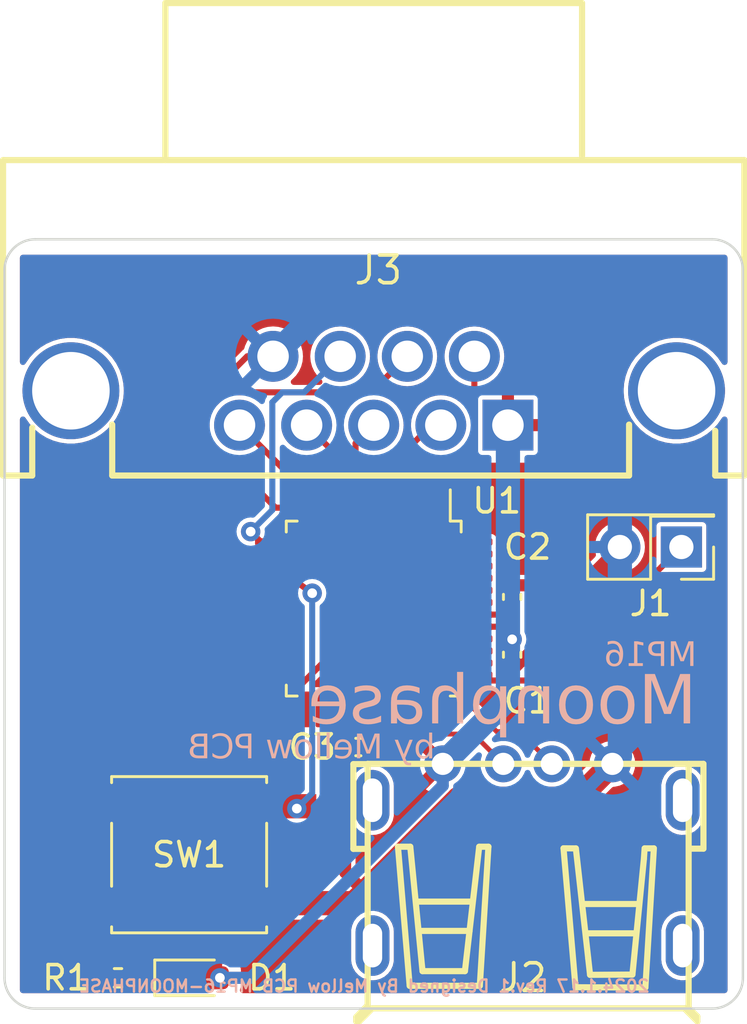
<source format=kicad_pcb>
(kicad_pcb (version 20221018) (generator pcbnew)
  (layers (0 "F.Cu" signal) (31 "B.Cu" signal) (34 "B.Paste" user) (35 "F.Paste" user) (36 "B.SilkS" user "B.Silkscreen") (37 "F.SilkS" user "F.Silkscreen") (38 "B.Mask" user) (39 "F.Mask" user) (44 "Edge.Cuts" user))
  (net 0 "")
  (net 1 "VCC")
  (net 2 "GND")
  (net 3 "Net-(U1-VDD3.3)")
  (net 4 "Net-(D1-K)")
  (net 5 "/H1_D-")
  (net 6 "/H1_D+")
  (net 7 "/TXD")
  (net 8 "Net-(U1-P1_5)")
  (net 11 "/BTN")
  (net 15 "/XA")
  (net 16 "/XB")
  (net 17 "/YA")
  (net 30 "/YB")
  (net 31 "/LB")
  (net 32 "/CB")
  (net 33 "/RB")
  (footprint "LED_SMD:LED_0603_1608Metric_Pad1.05x0.95mm_HandSolder" (layer "F.Cu") (at 25.64 53.34)
    (fp_text reference "D1" (at 3.175 0) (layer "F.SilkS"))
    (fp_text value "LED")
    (fp_line (start -1.66 -0.735) (end -1.66 0.735) (stroke (width 0.12)) (layer "F.SilkS"))
    (fp_line (start -1.66 0.735) (end 0.8 0.735) (stroke (width 0.12)) (layer "F.SilkS"))
    (fp_line (start 0.8 -0.735) (end -1.66 -0.735) (stroke (width 0.12)) (layer "F.SilkS"))
    (pad "1" smd roundrect (at -0.875 0) (size 1.05 0.95) (layers "F.Cu" "F.Paste" "F.Mask") (net 4 "Net-(D1-K)"))
    (pad "2" smd roundrect (at 0.875 0) (size 1.05 0.95) (layers "F.Cu" "F.Paste" "F.Mask") (net 1 "VCC"))
  )
  (footprint "Resistor_SMD:R_0402_1005Metric" (layer "F.Cu") (at 22.465 53.34)
    (fp_text reference "R1" (at -2.145 0) (layer "F.SilkS"))
    (fp_text value "1K")
    (fp_line (start -0.153641 -0.38) (end 0.153641 -0.38) (stroke (width 0.12)) (layer "F.SilkS"))
    (fp_line (start -0.153641 0.38) (end 0.153641 0.38) (stroke (width 0.12)) (layer "F.SilkS"))
    (pad "1" smd roundrect (at -0.51 0) (size 0.54 0.64) (layers "F.Cu" "F.Paste" "F.Mask") (net 8 "Net-(U1-P1_5)"))
    (pad "2" smd roundrect (at 0.51 0) (size 0.54 0.64) (layers "F.Cu" "F.Paste" "F.Mask") (net 4 "Net-(D1-K)"))
  )
  (footprint "Connector_PinHeader_2.54mm:PinHeader_2x01_P2.54mm_Vertical" (layer "F.Cu") (at 45.72 35.56 180)
    (fp_text reference "J1" (at 1.27 -2.33) (layer "F.SilkS"))
    (fp_text value "no impl.")
    (fp_line (start -1.33 -1.33) (end 0 -1.33) (stroke (width 0.12)) (layer "F.SilkS"))
    (fp_line (start -1.33 0) (end -1.33 -1.33) (stroke (width 0.12)) (layer "F.SilkS"))
    (fp_line (start -1.33 1.27) (end -1.33 1.33) (stroke (width 0.12)) (layer "F.SilkS"))
    (fp_line (start -1.33 1.27) (end 1.27 1.27) (stroke (width 0.12)) (layer "F.SilkS"))
    (fp_line (start -1.33 1.33) (end 3.87 1.33) (stroke (width 0.12)) (layer "F.SilkS"))
    (fp_line (start 1.27 -1.33) (end 3.87 -1.33) (stroke (width 0.12)) (layer "F.SilkS"))
    (fp_line (start 1.27 1.27) (end 1.27 -1.33) (stroke (width 0.12)) (layer "F.SilkS"))
    (fp_line (start 3.87 -1.33) (end 3.87 1.33) (stroke (width 0.12)) (layer "F.SilkS"))
    (pad "1" thru_hole rect (at 0 0 180) (size 1.7 1.7) (drill 1) (layers "*.Cu" "*.Mask") (net 7 "/TXD"))
    (pad "2" thru_hole oval (at 2.54 0 180) (size 1.7 1.7) (drill 1) (layers "*.Cu" "*.Mask") (net 2 "GND"))
  )
  (footprint "Capacitor_SMD:C_0402_1005Metric" (layer "F.Cu") (at 38.735 37.62 90)
    (fp_text reference "C2" (at 2.06 0.635 180) (layer "F.SilkS"))
    (fp_text value "4.7u")
    (fp_line (start -0.107836 -0.36) (end 0.107836 -0.36) (stroke (width 0.12)) (layer "F.SilkS"))
    (fp_line (start -0.107836 0.36) (end 0.107836 0.36) (stroke (width 0.12)) (layer "F.SilkS"))
    (pad "1" smd roundrect (at -0.48 0 90) (size 0.56 0.62) (layers "F.Cu" "F.Paste" "F.Mask") (net 3 "Net-(U1-VDD3.3)"))
    (pad "2" smd roundrect (at 0.48 0 90) (size 0.56 0.62) (layers "F.Cu" "F.Paste" "F.Mask") (net 2 "GND"))
  )
  (footprint "Capacitor_SMD:C_0402_1005Metric" (layer "F.Cu") (at 32.385 43.815 180)
    (fp_text reference "C3" (at 1.905 0) (layer "F.SilkS"))
    (fp_text value "0.47u")
    (fp_line (start -0.107836 -0.36) (end 0.107836 -0.36) (stroke (width 0.12)) (layer "F.SilkS"))
    (fp_line (start -0.107836 0.36) (end 0.107836 0.36) (stroke (width 0.12)) (layer "F.SilkS"))
    (pad "1" smd roundrect (at -0.48 0 180) (size 0.56 0.62) (layers "F.Cu" "F.Paste" "F.Mask") (net 1 "VCC"))
    (pad "2" smd roundrect (at 0.48 0 180) (size 0.56 0.62) (layers "F.Cu" "F.Paste" "F.Mask") (net 2 "GND"))
  )
  (footprint "toyoshim:TS-1159B" (layer "F.Cu") (at 25.4 48.26 180)
    (fp_text reference "SW1" (at 0 0 180) (layer "F.SilkS"))
    (fp_text value "SW_Push")
    (fp_line (start -3.2 -3.225) (end 3.2 -3.225) (stroke (width 0.12)) (layer "F.SilkS"))
    (fp_line (start -3.2 -2.975) (end -3.2 -3.225) (stroke (width 0.12)) (layer "F.SilkS"))
    (fp_line (start -3.2 1.3) (end -3.2 -1.3) (stroke (width 0.12)) (layer "F.SilkS"))
    (fp_line (start -3.2 3.225) (end -3.2 2.975) (stroke (width 0.12)) (layer "F.SilkS"))
    (fp_line (start 3.2 -3.225) (end 3.2 -2.975) (stroke (width 0.12)) (layer "F.SilkS"))
    (fp_line (start 3.2 -1.3) (end 3.2 1.3) (stroke (width 0.12)) (layer "F.SilkS"))
    (fp_line (start 3.2 2.975) (end 3.2 3.225) (stroke (width 0.12)) (layer "F.SilkS"))
    (fp_line (start 3.2 3.225) (end -3.2 3.225) (stroke (width 0.12)) (layer "F.SilkS"))
    (pad "1" smd rect (at -4.5 -2 180) (size 1.5 1) (layers "F.Cu" "F.Paste" "F.Mask") (net 2 "GND"))
    (pad "1" smd rect (at 4.5 -2 180) (size 1.5 1) (layers "F.Cu" "F.Paste" "F.Mask") (net 2 "GND"))
    (pad "2" smd rect (at -4.5 2 180) (size 1.5 1) (layers "F.Cu" "F.Paste" "F.Mask") (net 11 "/BTN"))
    (pad "2" smd rect (at 4.5 2 180) (size 1.5 1) (layers "F.Cu" "F.Paste" "F.Mask") (net 11 "/BTN"))
  )
  (footprint "toyoshim:DSUB-9P-Male-FOXCONN_DT10121" (layer "F.Cu") (at 33.02 29.11 180)
    (fp_text reference "J3" (at -1.27 4.98) (layer "F.SilkS") (effects (font (size 1.143 1.143) (thickness 0.152)) (justify right)))
    (fp_text value "DE9_Plug" hide)
    (fp_line (start -15.3 -3.5) (end -14.097 -3.5) (stroke (width 0.254)) (layer "F.SilkS"))
    (fp_line (start -15.3 9.52) (end -15.3 -3.5) (stroke (width 0.254)) (layer "F.SilkS"))
    (fp_line (start -14.097 -3.5) (end -14.097 -1.651) (stroke (width 0.254)) (layer "F.SilkS"))
    (fp_line (start -10.541 -3.5) (end 10.795 -3.5) (stroke (width 0.254)) (layer "F.SilkS"))
    (fp_line (start -10.541 -1.397) (end -10.541 -3.5) (stroke (width 0.254)) (layer "F.SilkS"))
    (fp_line (start -8.6 16) (end -8.6 9.695) (stroke (width 0.254)) (layer "F.SilkS"))
    (fp_line (start 8.6 16) (end -8.6 16) (stroke (width 0.254)) (layer "F.SilkS"))
    (fp_line (start 8.6 16) (end 8.6 9.52) (stroke (width 0.254)) (layer "F.SilkS"))
    (fp_line (start 10.795 -3.5) (end 10.795 -1.397) (stroke (width 0.254)) (layer "F.SilkS"))
    (fp_line (start 14.097 -3.5) (end 14.097 -1.524) (stroke (width 0.254)) (layer "F.SilkS"))
    (fp_line (start 15.3 -3.5) (end 14.097 -3.5) (stroke (width 0.254)) (layer "F.SilkS"))
    (fp_line (start 15.3 9.52) (end -15.3 9.52) (stroke (width 0.254)) (layer "F.SilkS"))
    (fp_line (start 15.3 9.52) (end 15.3 -3.5) (stroke (width 0.254)) (layer "F.SilkS"))
    (pad "1" thru_hole rect (at -5.54 -1.42) (size 2.1 2.1) (drill 1.3) (layers "*.Cu" "*.Paste" "*.Mask") (net 1 "VCC"))
    (pad "2" thru_hole circle (at -2.77 -1.42) (size 2.1 2.1) (drill 1.3) (layers "*.Cu" "*.Paste" "*.Mask") (net 15 "/XA"))
    (pad "3" thru_hole circle (at 0 -1.42) (size 2.1 2.1) (drill 1.3) (layers "*.Cu" "*.Paste" "*.Mask") (net 16 "/XB"))
    (pad "4" thru_hole circle (at 2.77 -1.42) (size 2.1 2.1) (drill 1.3) (layers "*.Cu" "*.Paste" "*.Mask") (net 17 "/YA"))
    (pad "5" thru_hole circle (at 5.54 -1.42) (size 2.1 2.1) (drill 1.3) (layers "*.Cu" "*.Paste" "*.Mask") (net 30 "/YB"))
    (pad "6" thru_hole circle (at -4.155 1.42) (size 2.1 2.1) (drill 1.3) (layers "*.Cu" "*.Paste" "*.Mask") (net 31 "/LB"))
    (pad "7" thru_hole circle (at -1.385 1.42) (size 2.1 2.1) (drill 1.3) (layers "*.Cu" "*.Paste" "*.Mask") (net 32 "/CB"))
    (pad "8" thru_hole circle (at 1.385 1.42) (size 2.1 2.1) (drill 1.3) (layers "*.Cu" "*.Paste" "*.Mask") (net 33 "/RB"))
    (pad "9" thru_hole circle (at 4.155 1.42) (size 2.1 2.1) (drill 1.3) (layers "*.Cu" "*.Paste" "*.Mask") (net 2 "GND"))
    (pad "10" thru_hole circle (at 12.5 0 180) (size 4 4) (drill 3.2) (layers "*.Cu" "*.Paste" "*.Mask"))
    (pad "11" thru_hole circle (at -12.5 0 180) (size 4 4) (drill 3.2) (layers "*.Cu" "*.Paste" "*.Mask"))
  )
  (footprint "toyoshim:USB-A-TH_JTJ-USB-A-F-10.0-010" (layer "F.Cu") (at 39.37 48.26)
    (fp_text reference "J2" (at -1.27 5.08) (layer "F.SilkS") (effects (font (size 1.143 1.143) (thickness 0.152)) (justify left)))
    (fp_text value "USB-AF-DIP-154-HW-S_P1" hide)
    (fp_line (start -7.19 -0.24) (end -7.19 -3.74) (stroke (width 0.254)) (layer "F.SilkS"))
    (fp_line (start -7.07 6.7) (end -7.07 6.88) (stroke (width 0.254)) (layer "F.SilkS"))
    (fp_line (start -7.07 6.88) (end -6.95 6.88) (stroke (width 0.254)) (layer "F.SilkS"))
    (fp_line (start -6.95 6.88) (end -6.41 6.34) (stroke (width 0.254)) (layer "F.SilkS"))
    (fp_line (start -6.6 -3.75) (end -6.6 6.25) (stroke (width 0.254)) (layer "F.SilkS"))
    (fp_line (start -6.6 -3.75) (end 6.6 -3.75) (stroke (width 0.254)) (layer "F.SilkS"))
    (fp_line (start -6.6 6.21) (end -7.07 6.7) (stroke (width 0.254)) (layer "F.SilkS"))
    (fp_line (start -6.59 -3.74) (end -7.19 -3.74) (stroke (width 0.254)) (layer "F.SilkS"))
    (fp_line (start -6.59 -0.241) (end -7.19 -0.241) (stroke (width 0.254)) (layer "F.SilkS"))
    (fp_line (start -6.41 6.34) (end 6.47 6.34) (stroke (width 0.254)) (layer "F.SilkS"))
    (fp_line (start -5.349 -0.33) (end -4.841 -0.33) (stroke (width 0.254)) (layer "F.SilkS"))
    (fp_line (start -4.866 5.41) (end -5.349 -0.33) (stroke (width 0.254)) (layer "F.SilkS"))
    (fp_line (start -4.841 -0.33) (end -4.336 4.805) (stroke (width 0.254)) (layer "F.SilkS"))
    (fp_line (start -4.563 1.935) (end -2.303 1.935) (stroke (width 0.254)) (layer "F.SilkS"))
    (fp_line (start -4.423 3.145) (end -2.393 3.145) (stroke (width 0.254)) (layer "F.SilkS"))
    (fp_line (start -4.336 4.805) (end -2.585 4.805) (stroke (width 0.254)) (layer "F.SilkS"))
    (fp_line (start -2.585 4.805) (end -1.996 -0.33) (stroke (width 0.254)) (layer "F.SilkS"))
    (fp_line (start -1.996 -0.33) (end -1.615 -0.33) (stroke (width 0.254)) (layer "F.SilkS"))
    (fp_line (start -1.971 5.41) (end -4.866 5.41) (stroke (width 0.254)) (layer "F.SilkS"))
    (fp_line (start -1.615 -0.33) (end -1.971 5.41) (stroke (width 0.254)) (layer "F.SilkS"))
    (fp_line (start 1.485 -0.265) (end 1.994 -0.261) (stroke (width 0.254)) (layer "F.SilkS"))
    (fp_line (start 1.98 5.47) (end 1.485 -0.265) (stroke (width 0.254)) (layer "F.SilkS"))
    (fp_line (start 1.994 -0.261) (end 2.504 4.279) (stroke (width 0.254)) (layer "F.SilkS"))
    (fp_line (start 2.318 2.034) (end 4.578 2.034) (stroke (width 0.254)) (layer "F.SilkS"))
    (fp_line (start 2.458 3.244) (end 4.488 3.244) (stroke (width 0.254)) (layer "F.SilkS"))
    (fp_line (start 2.504 4.279) (end 2.58 4.957) (stroke (width 0.254)) (layer "F.SilkS"))
    (fp_line (start 2.58 4.957) (end 4.329 4.947) (stroke (width 0.254)) (layer "F.SilkS"))
    (fp_line (start 4.329 4.947) (end 4.803 0.168) (stroke (width 0.254)) (layer "F.SilkS"))
    (fp_line (start 4.803 0.168) (end 4.833 -0.262) (stroke (width 0.254)) (layer "F.SilkS"))
    (fp_line (start 4.833 -0.262) (end 5.214 -0.262) (stroke (width 0.254)) (layer "F.SilkS"))
    (fp_line (start 4.864 5.481) (end 1.98 5.47) (stroke (width 0.254)) (layer "F.SilkS"))
    (fp_line (start 5.214 -0.262) (end 4.864 5.481) (stroke (width 0.254)) (layer "F.SilkS"))
    (fp_line (start 6.47 6.34) (end 7.01 6.88) (stroke (width 0.254)) (layer "F.SilkS"))
    (fp_line (start 6.65 -3.75) (end 6.65 6.25) (stroke (width 0.254)) (layer "F.SilkS"))
    (fp_line (start 6.661 -3.75) (end 7.261 -3.75) (stroke (width 0.254)) (layer "F.SilkS"))
    (fp_line (start 6.661 -0.25) (end 7.261 -0.25) (stroke (width 0.254)) (layer "F.SilkS"))
    (fp_line (start 7.01 6.679) (end 6.61 6.28) (stroke (width 0.254)) (layer "F.SilkS"))
    (fp_line (start 7.01 6.88) (end 7.01 6.679) (stroke (width 0.254)) (layer "F.SilkS"))
    (fp_line (start 7.261 -3.75) (end 7.261 -0.25) (stroke (width 0.254)) (layer "F.SilkS"))
    (pad "1" thru_hole circle (at -3.5 -3.75) (size 1.524 1.524) (drill 0.914) (layers "*.Cu" "*.Paste" "*.Mask") (net 1 "VCC"))
    (pad "2" thru_hole circle (at -1.001 -3.75) (size 1.524 1.524) (drill 0.914) (layers "*.Cu" "*.Paste" "*.Mask") (net 5 "/H1_D-"))
    (pad "3" thru_hole circle (at 1.001 -3.75) (size 1.524 1.524) (drill 0.914) (layers "*.Cu" "*.Paste" "*.Mask") (net 6 "/H1_D+"))
    (pad "4" thru_hole circle (at 3.5 -3.75) (size 1.524 1.524) (drill 0.914) (layers "*.Cu" "*.Paste" "*.Mask") (net 2 "GND"))
    (pad "5" thru_hole oval (at 6.401 -2.249 90) (size 2.5 1.4) (drill oval 1.8 0.8) (layers "*.Cu" "*.Paste" "*.Mask"))
    (pad "6" thru_hole oval (at 6.401 3.75 90) (size 2.5 1.4) (drill oval 1.8 0.8) (layers "*.Cu" "*.Paste" "*.Mask"))
    (pad "7" thru_hole oval (at -6.401 3.75 90) (size 2.5 1.4) (drill oval 1.8 0.8) (layers "*.Cu" "*.Paste" "*.Mask"))
    (pad "8" thru_hole oval (at -6.401 -2.249 270) (size 2.5 1.4) (drill oval 1.8 0.8) (layers "*.Cu" "*.Paste" "*.Mask"))
  )
  (footprint "Package_QFP:LQFP-48_7x7mm_P0.5mm" (layer "F.Cu") (at 33.02 38.1 -90)
    (fp_text reference "U1" (at -4.445 -5.08 -180) (layer "F.SilkS"))
    (fp_text value "CH559L")
    (fp_line (start -3.61 -3.61) (end -3.61 -3.16) (stroke (width 0.12)) (layer "F.SilkS"))
    (fp_line (start -3.61 -3.16) (end -4.9 -3.16) (stroke (width 0.12)) (layer "F.SilkS"))
    (fp_line (start -3.61 3.61) (end -3.61 3.16) (stroke (width 0.12)) (layer "F.SilkS"))
    (fp_line (start -3.16 -3.61) (end -3.61 -3.61) (stroke (width 0.12)) (layer "F.SilkS"))
    (fp_line (start -3.16 3.61) (end -3.61 3.61) (stroke (width 0.12)) (layer "F.SilkS"))
    (fp_line (start 3.16 -3.61) (end 3.61 -3.61) (stroke (width 0.12)) (layer "F.SilkS"))
    (fp_line (start 3.16 3.61) (end 3.61 3.61) (stroke (width 0.12)) (layer "F.SilkS"))
    (fp_line (start 3.61 -3.61) (end 3.61 -3.16) (stroke (width 0.12)) (layer "F.SilkS"))
    (fp_line (start 3.61 3.61) (end 3.61 3.16) (stroke (width 0.12)) (layer "F.SilkS"))
    (pad "1" smd roundrect (at -4.1625 -2.75 270) (size 1.475 0.3) (layers "F.Cu" "F.Paste" "F.Mask"))
    (pad "2" smd roundrect (at -4.1625 -2.25 270) (size 1.475 0.3) (layers "F.Cu" "F.Paste" "F.Mask"))
    (pad "3" smd roundrect (at -4.1625 -1.75 270) (size 1.475 0.3) (layers "F.Cu" "F.Paste" "F.Mask"))
    (pad "4" smd roundrect (at -4.1625 -1.25 270) (size 1.475 0.3) (layers "F.Cu" "F.Paste" "F.Mask"))
    (pad "5" smd roundrect (at -4.1625 -0.75 270) (size 1.475 0.3) (layers "F.Cu" "F.Paste" "F.Mask"))
    (pad "6" smd roundrect (at -4.1625 -0.25 270) (size 1.475 0.3) (layers "F.Cu" "F.Paste" "F.Mask"))
    (pad "7" smd roundrect (at -4.1625 0.25 270) (size 1.475 0.3) (layers "F.Cu" "F.Paste" "F.Mask") (net 15 "/XA"))
    (pad "8" smd roundrect (at -4.1625 0.75 270) (size 1.475 0.3) (layers "F.Cu" "F.Paste" "F.Mask") (net 16 "/XB"))
    (pad "9" smd roundrect (at -4.1625 1.25 270) (size 1.475 0.3) (layers "F.Cu" "F.Paste" "F.Mask") (net 17 "/YA"))
    (pad "10" smd roundrect (at -4.1625 1.75 270) (size 1.475 0.3) (layers "F.Cu" "F.Paste" "F.Mask") (net 30 "/YB"))
    (pad "11" smd roundrect (at -4.1625 2.25 270) (size 1.475 0.3) (layers "F.Cu" "F.Paste" "F.Mask") (net 31 "/LB"))
    (pad "12" smd roundrect (at -4.1625 2.75 270) (size 1.475 0.3) (layers "F.Cu" "F.Paste" "F.Mask") (net 32 "/CB"))
    (pad "13" smd roundrect (at -2.75 4.1625 270) (size 0.3 1.475) (layers "F.Cu" "F.Paste" "F.Mask") (net 33 "/RB"))
    (pad "14" smd roundrect (at -2.25 4.1625 270) (size 0.3 1.475) (layers "F.Cu" "F.Paste" "F.Mask"))
    (pad "15" smd roundrect (at -1.75 4.1625 270) (size 0.3 1.475) (layers "F.Cu" "F.Paste" "F.Mask"))
    (pad "16" smd roundrect (at -1.25 4.1625 270) (size 0.3 1.475) (layers "F.Cu" "F.Paste" "F.Mask") (net 11 "/BTN"))
    (pad "17" smd roundrect (at -0.75 4.1625 270) (size 0.3 1.475) (layers "F.Cu" "F.Paste" "F.Mask"))
    (pad "18" smd roundrect (at -0.25 4.1625 270) (size 0.3 1.475) (layers "F.Cu" "F.Paste" "F.Mask") (net 2 "GND"))
    (pad "19" smd roundrect (at 0.25 4.1625 270) (size 0.3 1.475) (layers "F.Cu" "F.Paste" "F.Mask"))
    (pad "20" smd roundrect (at 0.75 4.1625 270) (size 0.3 1.475) (layers "F.Cu" "F.Paste" "F.Mask"))
    (pad "21" smd roundrect (at 1.25 4.1625 270) (size 0.3 1.475) (layers "F.Cu" "F.Paste" "F.Mask"))
    (pad "22" smd roundrect (at 1.75 4.1625 270) (size 0.3 1.475) (layers "F.Cu" "F.Paste" "F.Mask"))
    (pad "23" smd roundrect (at 2.25 4.1625 270) (size 0.3 1.475) (layers "F.Cu" "F.Paste" "F.Mask"))
    (pad "24" smd roundrect (at 2.75 4.1625 270) (size 0.3 1.475) (layers "F.Cu" "F.Paste" "F.Mask"))
    (pad "25" smd roundrect (at 4.1625 2.75 270) (size 1.475 0.3) (layers "F.Cu" "F.Paste" "F.Mask"))
    (pad "26" smd roundrect (at 4.1625 2.25 270) (size 1.475 0.3) (layers "F.Cu" "F.Paste" "F.Mask"))
    (pad "27" smd roundrect (at 4.1625 1.75 270) (size 1.475 0.3) (layers "F.Cu" "F.Paste" "F.Mask"))
    (pad "28" smd roundrect (at 4.1625 1.25 270) (size 1.475 0.3) (layers "F.Cu" "F.Paste" "F.Mask"))
    (pad "29" smd roundrect (at 4.1625 0.75 270) (size 1.475 0.3) (layers "F.Cu" "F.Paste" "F.Mask"))
    (pad "30" smd roundrect (at 4.1625 0.25 270) (size 1.475 0.3) (layers "F.Cu" "F.Paste" "F.Mask"))
    (pad "31" smd roundrect (at 4.1625 -0.25 270) (size 1.475 0.3) (layers "F.Cu" "F.Paste" "F.Mask") (net 6 "/H1_D+"))
    (pad "32" smd roundrect (at 4.1625 -0.75 270) (size 1.475 0.3) (layers "F.Cu" "F.Paste" "F.Mask") (net 5 "/H1_D-"))
    (pad "33" smd roundrect (at 4.1625 -1.25 270) (size 1.475 0.3) (layers "F.Cu" "F.Paste" "F.Mask"))
    (pad "34" smd roundrect (at 4.1625 -1.75 270) (size 1.475 0.3) (layers "F.Cu" "F.Paste" "F.Mask"))
    (pad "35" smd roundrect (at 4.1625 -2.25 270) (size 1.475 0.3) (layers "F.Cu" "F.Paste" "F.Mask"))
    (pad "36" smd roundrect (at 4.1625 -2.75 270) (size 1.475 0.3) (layers "F.Cu" "F.Paste" "F.Mask"))
    (pad "37" smd roundrect (at 2.75 -4.1625 270) (size 0.3 1.475) (layers "F.Cu" "F.Paste" "F.Mask") (net 7 "/TXD"))
    (pad "38" smd roundrect (at 2.25 -4.1625 270) (size 0.3 1.475) (layers "F.Cu" "F.Paste" "F.Mask"))
    (pad "39" smd roundrect (at 1.75 -4.1625 270) (size 0.3 1.475) (layers "F.Cu" "F.Paste" "F.Mask"))
    (pad "40" smd roundrect (at 1.25 -4.1625 270) (size 0.3 1.475) (layers "F.Cu" "F.Paste" "F.Mask"))
    (pad "41" smd roundrect (at 0.75 -4.1625 270) (size 0.3 1.475) (layers "F.Cu" "F.Paste" "F.Mask") (net 1 "VCC"))
    (pad "42" smd roundrect (at 0.25 -4.1625 270) (size 0.3 1.475) (layers "F.Cu" "F.Paste" "F.Mask") (net 3 "Net-(U1-VDD3.3)"))
    (pad "43" smd roundrect (at -0.25 -4.1625 270) (size 0.3 1.475) (layers "F.Cu" "F.Paste" "F.Mask"))
    (pad "44" smd roundrect (at -0.75 -4.1625 270) (size 0.3 1.475) (layers "F.Cu" "F.Paste" "F.Mask"))
    (pad "45" smd roundrect (at -1.25 -4.1625 270) (size 0.3 1.475) (layers "F.Cu" "F.Paste" "F.Mask"))
    (pad "46" smd roundrect (at -1.75 -4.1625 270) (size 0.3 1.475) (layers "F.Cu" "F.Paste" "F.Mask"))
    (pad "47" smd roundrect (at -2.25 -4.1625 270) (size 0.3 1.475) (layers "F.Cu" "F.Paste" "F.Mask"))
    (pad "48" smd roundrect (at -2.75 -4.1625 270) (size 0.3 1.475) (layers "F.Cu" "F.Paste" "F.Mask") (net 8 "Net-(U1-P1_5)"))
  )
  (footprint "Capacitor_SMD:C_0402_1005Metric" (layer "F.Cu") (at 38.735 40.005 -90)
    (fp_text reference "C1" (at 1.905 -0.635 -180) (layer "F.SilkS"))
    (fp_text value "0.1u")
    (fp_line (start -0.107836 -0.36) (end 0.107836 -0.36) (stroke (width 0.12)) (layer "F.SilkS"))
    (fp_line (start -0.107836 0.36) (end 0.107836 0.36) (stroke (width 0.12)) (layer "F.SilkS"))
    (pad "1" smd roundrect (at -0.48 0 270) (size 0.56 0.62) (layers "F.Cu" "F.Paste" "F.Mask") (net 1 "VCC"))
    (pad "2" smd roundrect (at 0.48 0 270) (size 0.56 0.62) (layers "F.Cu" "F.Paste" "F.Mask") (net 2 "GND"))
  )
  (gr_line (start 19.05 54.61) (end 46.99 54.61) (stroke (width 0.1)) (layer "Edge.Cuts"))
  (gr_arc (start 19.05 54.61) (mid 18.151974 54.238026) (end 17.78 53.34) (stroke (width 0.1)) (layer "Edge.Cuts"))
  (gr_arc (start 46.99 22.86) (mid 47.888026 23.231974) (end 48.26 24.13) (stroke (width 0.1)) (layer "Edge.Cuts"))
  (gr_line (start 19.05 22.86) (end 46.99 22.86) (stroke (width 0.1)) (layer "Edge.Cuts"))
  (gr_line (start 48.26 53.34) (end 48.26 24.13) (stroke (width 0.1)) (layer "Edge.Cuts"))
  (gr_line (start 17.78 24.13) (end 17.78 53.34) (stroke (width 0.1)) (layer "Edge.Cuts"))
  (gr_arc (start 48.26 53.34) (mid 47.888026 54.238026) (end 46.99 54.61) (stroke (width 0.1)) (layer "Edge.Cuts"))
  (gr_arc (start 17.78 24.13) (mid 18.151974 23.231974) (end 19.05 22.86) (stroke (width 0.1)) (layer "Edge.Cuts"))
  (gr_text "2024.1.17 Rev.1 Designed By Mellow PCB MP16-MOONPHASE" (at 44.45 53.975) (layer "B.SilkS") (effects (font (size 0.5 0.5) (thickness 0.1) bold) (justify left bottom mirror)))
  (gr_text "Moonphase" (at 46.355 43.18) (layer "B.SilkS") (effects (font (size 2 2)) (justify left bottom mirror)))
  (gr_text "by Mellow PCB" (at 35.56 44.45) (layer "B.SilkS") (effects (font (size 1 1)) (justify left bottom mirror)))
  (gr_text "MP16" (at 46.355 40.64) (layer "B.SilkS") (effects (font (size 1 1)) (justify left bottom mirror)))
  (segment (start 38.735 39.37) (end 38.735 39.525) (width 0.25) (layer "F.Cu") (net 1))
  (segment (start 38.735 38.884889) (end 38.735 39.37) (width 0.5) (layer "F.Cu") (net 1))
  (segment (start 38.700111 38.85) (end 38.735 38.884889) (width 0.25) (layer "F.Cu") (net 1))
  (segment (start 37.1825 38.85) (end 38.700111 38.85) (width 0.25) (layer "F.Cu") (net 1))
  (segment (start 35.175 43.815) (end 35.87 44.51) (width 0.5) (layer "F.Cu") (net 1))
  (segment (start 32.865 43.815) (end 35.175 43.815) (width 0.5) (layer "F.Cu") (net 1))
  (via (at 26.67 53.34) (size 0.8) (drill 0.4) (layers "F.Cu" "B.Cu") (net 1))
  (via (at 38.735 39.37) (size 0.8) (drill 0.4) (layers "F.Cu" "B.Cu") (net 1))
  (segment (start 38.56 41.82) (end 35.87 44.51) (width 1) (layer "B.Cu") (net 1))
  (segment (start 35.87 45.41) (end 35.87 44.51) (width 0.5) (layer "B.Cu") (net 1))
  (segment (start 26.67 53.34) (end 27.94 53.34) (width 0.5) (layer "B.Cu") (net 1))
  (segment (start 38.56 30.53) (end 38.56 41.82) (width 1) (layer "B.Cu") (net 1))
  (segment (start 27.94 53.34) (end 35.87 45.41) (width 0.5) (layer "B.Cu") (net 1))
  (segment (start 32.217385 50.26) (end 32.666193 49.811193) (width 1) (layer "F.Cu") (net 2))
  (segment (start 41.428 45.952) (end 42.87 44.51) (width 1) (layer "F.Cu") (net 2))
  (segment (start 31.839 43.881) (end 31.839 48.984) (width 0.5) (layer "F.Cu") (net 2))
  (segment (start 41.6 37.14) (end 43.18 35.56) (width 0.5) (layer "F.Cu") (net 2))
  (segment (start 29.9 50.26) (end 32.217385 50.26) (width 1) (layer "F.Cu") (net 2))
  (segment (start 25.695 29.790628) (end 27.795628 27.69) (width 0.25) (layer "F.Cu") (net 2))
  (segment (start 31.905 43.815) (end 31.839 43.881) (width 0.5) (layer "F.Cu") (net 2))
  (segment (start 20.9 50.26) (end 29.9 50.26) (width 1) (layer "F.Cu") (net 2))
  (segment (start 25.695 35.855) (end 25.695 29.790628) (width 0.25) (layer "F.Cu") (net 2))
  (segment (start 28.8575 37.85) (end 27.69 37.85) (width 0.25) (layer "F.Cu") (net 2))
  (segment (start 43.18 36.196102) (end 43.18 35.56) (width 0.5) (layer "F.Cu") (net 2))
  (segment (start 27.69 37.85) (end 25.695 35.855) (width 0.25) (layer "F.Cu") (net 2))
  (segment (start 27.795628 27.69) (end 28.865 27.69) (width 0.25) (layer "F.Cu") (net 2))
  (segment (start 38.891102 40.485) (end 43.18 36.196102) (width 0.5) (layer "F.Cu") (net 2))
  (segment (start 32.666193 49.811193) (end 36.525385 45.952) (width 1) (layer "F.Cu") (net 2))
  (segment (start 36.525385 45.952) (end 41.428 45.952) (width 1) (layer "F.Cu") (net 2))
  (segment (start 38.735 40.485) (end 38.891102 40.485) (width 0.5) (layer "F.Cu") (net 2))
  (segment (start 31.839 48.984) (end 32.666193 49.811193) (width 0.5) (layer "F.Cu") (net 2))
  (segment (start 38.735 37.14) (end 41.6 37.14) (width 0.5) (layer "F.Cu") (net 2))
  (segment (start 43.18 31.24841) (end 43.18 35.56) (width 1) (layer "B.Cu") (net 2))
  (segment (start 43.18 35.56) (end 43.18 44.2) (width 1) (layer "B.Cu") (net 2))
  (segment (start 28.865 27.69) (end 30.595 25.96) (width 1) (layer "B.Cu") (net 2))
  (segment (start 37.89159 25.96) (end 43.18 31.24841) (width 1) (layer "B.Cu") (net 2))
  (segment (start 43.18 44.2) (end 42.87 44.51) (width 1) (layer "B.Cu") (net 2))
  (segment (start 30.595 25.96) (end 37.89159 25.96) (width 1) (layer "B.Cu") (net 2))
  (segment (start 37.1825 38.35) (end 38.485 38.35) (width 0.25) (layer "F.Cu") (net 3))
  (segment (start 38.485 38.35) (end 38.735 38.1) (width 0.25) (layer "F.Cu") (net 3))
  (segment (start 22.975 53.34) (end 24.765 53.34) (width 0.25) (layer "F.Cu") (net 4))
  (segment (start 34.047954 43.28) (end 37.139 43.28) (width 0.2) (layer "F.Cu") (net 5))
  (segment (start 37.139 43.28) (end 38.369 44.51) (width 0.2) (layer "F.Cu") (net 5))
  (segment (start 33.77 43.002046) (end 34.047954 43.28) (width 0.2) (layer "F.Cu") (net 5))
  (segment (start 33.77 42.2625) (end 33.77 43.002046) (width 0.2) (layer "F.Cu") (net 5))
  (segment (start 39.041 43.18) (end 40.371 44.51) (width 0.2) (layer "F.Cu") (net 6))
  (segment (start 33.547954 41.245) (end 36.165 41.245) (width 0.2) (layer "F.Cu") (net 6))
  (segment (start 33.27 41.522954) (end 33.547954 41.245) (width 0.2) (layer "F.Cu") (net 6))
  (segment (start 33.27 42.2625) (end 33.27 41.522954) (width 0.2) (layer "F.Cu") (net 6))
  (segment (start 38.1 43.18) (end 39.041 43.18) (width 0.2) (layer "F.Cu") (net 6))
  (segment (start 36.165 41.245) (end 38.1 43.18) (width 0.2) (layer "F.Cu") (net 6))
  (segment (start 37.1825 40.85) (end 37.4025 41.07) (width 0.25) (layer "F.Cu") (net 7))
  (segment (start 37.4025 41.07) (end 40.21 41.07) (width 0.25) (layer "F.Cu") (net 7))
  (segment (start 40.21 41.07) (end 45.72 35.56) (width 0.25) (layer "F.Cu") (net 7))
  (segment (start 22.317401 43.087599) (end 28.17 43.087599) (width 0.25) (layer "F.Cu") (net 8))
  (segment (start 21.955 53.34) (end 19.845 51.23) (width 0.25) (layer "F.Cu") (net 8))
  (segment (start 36.407599 35.35) (end 37.1825 35.35) (width 0.25) (layer "F.Cu") (net 8))
  (segment (start 36.197599 35.56) (end 36.407599 35.35) (width 0.25) (layer "F.Cu") (net 8))
  (segment (start 19.845 51.23) (end 19.845 45.56) (width 0.25) (layer "F.Cu") (net 8))
  (segment (start 35.697599 35.56) (end 36.197599 35.56) (width 0.25) (layer "F.Cu") (net 8))
  (segment (start 28.17 43.087599) (end 35.697599 35.56) (width 0.25) (layer "F.Cu") (net 8))
  (segment (start 19.845 45.56) (end 22.317401 43.087599) (width 0.25) (layer "F.Cu") (net 8))
  (segment (start 28.8575 36.85) (end 29.632401 36.85) (width 0.25) (layer "F.Cu") (net 11))
  (segment (start 20.9 46.26) (end 29.845 46.355) (width 0.25) (layer "F.Cu") (net 11))
  (segment (start 29.632401 36.85) (end 30.48 37.465) (width 0.25) (layer "F.Cu") (net 11))
  (segment (start 29.845 46.355) (end 29.9 46.26) (width 0.25) (layer "F.Cu") (net 11))
  (via (at 29.845 46.355) (size 0.8) (drill 0.4) (layers "F.Cu" "B.Cu") (net 11))
  (via (at 30.48 37.465) (size 0.8) (drill 0.4) (layers "F.Cu" "B.Cu") (net 11))
  (segment (start 30.48 45.72) (end 29.845 46.355) (width 0.25) (layer "B.Cu") (net 11))
  (segment (start 30.48 37.465) (end 30.48 45.72) (width 0.25) (layer "B.Cu") (net 11))
  (segment (start 32.77 33.9375) (end 32.77 33.162599) (width 0.25) (layer "F.Cu") (net 15))
  (segment (start 35.402599 30.53) (end 35.79 30.53) (width 0.25) (layer "F.Cu") (net 15))
  (segment (start 32.77 33.162599) (end 35.402599 30.53) (width 0.25) (layer "F.Cu") (net 15))
  (segment (start 32.27 31.28) (end 33.02 30.53) (width 0.25) (layer "F.Cu") (net 16))
  (segment (start 32.27 33.9375) (end 32.27 31.28) (width 0.25) (layer "F.Cu") (net 16))
  (segment (start 31.77 32.05) (end 30.25 30.53) (width 0.25) (layer "F.Cu") (net 17))
  (segment (start 31.77 33.9375) (end 31.77 32.05) (width 0.25) (layer "F.Cu") (net 17))
  (segment (start 31.27 33.9375) (end 31.27 33.162599) (width 0.25) (layer "F.Cu") (net 30))
  (segment (start 31.27 33.162599) (end 30.492401 32.385) (width 0.25) (layer "F.Cu") (net 30))
  (segment (start 29.335 32.385) (end 27.48 30.53) (width 0.25) (layer "F.Cu") (net 30))
  (segment (start 30.492401 32.385) (end 29.335 32.385) (width 0.25) (layer "F.Cu") (net 30))
  (segment (start 30.77 34.712401) (end 31.037599 34.98) (width 0.25) (layer "F.Cu") (net 31))
  (segment (start 37.175 33.807401) (end 37.175 27.69) (width 0.25) (layer "F.Cu") (net 31))
  (segment (start 31.037599 34.98) (end 36.002401 34.98) (width 0.25) (layer "F.Cu") (net 31))
  (segment (start 30.77 33.9375) (end 30.77 34.712401) (width 0.25) (layer "F.Cu") (net 31))
  (segment (start 36.002401 34.98) (end 37.175 33.807401) (width 0.25) (layer "F.Cu") (net 31))
  (segment (start 32.92 29.175) (end 34.405 27.69) (width 0.25) (layer "F.Cu") (net 32))
  (segment (start 26.125 31.09126) (end 26.125 29.96874) (width 0.25) (layer "F.Cu") (net 32))
  (segment (start 28.97124 33.9375) (end 26.125 31.09126) (width 0.25) (layer "F.Cu") (net 32))
  (segment (start 26.125 29.96874) (end 26.91874 29.175) (width 0.25) (layer "F.Cu") (net 32))
  (segment (start 26.91874 29.175) (end 32.92 29.175) (width 0.25) (layer "F.Cu") (net 32))
  (segment (start 30.27 33.9375) (end 28.97124 33.9375) (width 0.25) (layer "F.Cu") (net 32))
  (segment (start 28.365 35.35) (end 27.94 34.925) (width 0.25) (layer "F.Cu") (net 33))
  (segment (start 28.8575 35.35) (end 28.365 35.35) (width 0.25) (layer "F.Cu") (net 33))
  (via (at 27.94 34.925) (size 0.8) (drill 0.4) (layers "F.Cu" "B.Cu") (net 33))
  (segment (start 28.835 34.03) (end 28.835 29.585) (width 0.25) (layer "B.Cu") (net 33))
  (segment (start 30.15 29.175) (end 31.635 27.69) (width 0.25) (layer "B.Cu") (net 33))
  (segment (start 27.94 34.925) (end 28.835 34.03) (width 0.25) (layer "B.Cu") (net 33))
  (segment (start 29.245 29.175) (end 30.15 29.175) (width 0.25) (layer "B.Cu") (net 33))
  (segment (start 28.835 29.585) (end 29.245 29.175) (width 0.25) (layer "B.Cu") (net 33))
  (zone (net 1) (net_name "VCC") (layer "F.Cu") (priority 1) (connect_pads (clearance 0)) (min_thickness 0.25) (fill yes (thermal_gap 0.5) (thermal_bridge_width 0.5))
    (polygon (pts (xy 18.415 53.975) (xy 47.625 53.975) (xy 47.625 23.495) (xy 18.415 23.495)))
  )
  (zone (net 2) (net_name "GND") (layer "B.Cu") (connect_pads (clearance 0)) (min_thickness 0.25) (fill yes (thermal_gap 0.5) (thermal_bridge_width 0.5))
    (polygon (pts (xy 18.415 53.975) (xy 47.625 53.975) (xy 47.625 23.495) (xy 18.415 23.495)))
  )
)
</source>
